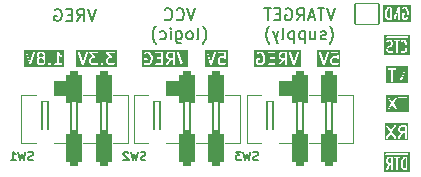
<source format=gbo>
%TF.GenerationSoftware,KiCad,Pcbnew,7.0.11*%
%TF.CreationDate,2025-12-26T11:46:50-08:00*%
%TF.ProjectId,uart-friend-c,75617274-2d66-4726-9965-6e642d632e6b,rev?*%
%TF.SameCoordinates,PX9765530PY6521e48*%
%TF.FileFunction,Legend,Bot*%
%TF.FilePolarity,Positive*%
%FSLAX46Y46*%
G04 Gerber Fmt 4.6, Leading zero omitted, Abs format (unit mm)*
G04 Created by KiCad (PCBNEW 7.0.11) date 2025-12-26 11:46:50*
%MOMM*%
%LPD*%
G01*
G04 APERTURE LIST*
G04 Aperture macros list*
%AMRoundRect*
0 Rectangle with rounded corners*
0 $1 Rounding radius*
0 $2 $3 $4 $5 $6 $7 $8 $9 X,Y pos of 4 corners*
0 Add a 4 corners polygon primitive as box body*
4,1,4,$2,$3,$4,$5,$6,$7,$8,$9,$2,$3,0*
0 Add four circle primitives for the rounded corners*
1,1,$1+$1,$2,$3*
1,1,$1+$1,$4,$5*
1,1,$1+$1,$6,$7*
1,1,$1+$1,$8,$9*
0 Add four rect primitives between the rounded corners*
20,1,$1+$1,$2,$3,$4,$5,0*
20,1,$1+$1,$4,$5,$6,$7,0*
20,1,$1+$1,$6,$7,$8,$9,0*
20,1,$1+$1,$8,$9,$2,$3,0*%
%AMFreePoly0*
4,1,41,1.205762,0.649667,1.274447,0.641698,1.288881,0.637771,1.389737,0.593239,1.404896,0.582854,1.482854,0.504896,1.493239,0.489737,1.537771,0.388881,1.541698,0.374447,1.549667,0.305762,1.550000,0.300000,1.550000,-0.300000,1.549667,-0.305762,1.541698,-0.374447,1.537771,-0.388881,1.493239,-0.489737,1.482854,-0.504896,1.404896,-0.582854,1.389737,-0.593239,1.288881,-0.637771,
1.274447,-0.641698,1.205762,-0.649667,1.200000,-0.650000,-1.200000,-0.650000,-1.235355,-0.635355,-1.535355,-0.335355,-1.550000,-0.300000,-1.550000,0.300000,-1.549667,0.305762,-1.541698,0.374447,-1.537771,0.388881,-1.493239,0.489737,-1.482854,0.504896,-1.404896,0.582854,-1.389737,0.593239,-1.288881,0.637771,-1.274447,0.641698,-1.205762,0.649667,-1.200000,0.650000,1.200000,0.650000,
1.205762,0.649667,1.205762,0.649667,$1*%
%AMFreePoly1*
4,1,41,1.205762,0.649667,1.274447,0.641698,1.288881,0.637771,1.389737,0.593239,1.404896,0.582854,1.482854,0.504896,1.493239,0.489737,1.537771,0.388881,1.541698,0.374447,1.549667,0.305762,1.550000,0.300000,1.550000,-0.300000,1.535355,-0.335355,1.235355,-0.635355,1.200000,-0.650000,-1.200000,-0.650000,-1.205762,-0.649667,-1.274447,-0.641698,-1.288881,-0.637771,-1.389737,-0.593239,
-1.404896,-0.582854,-1.482854,-0.504896,-1.493239,-0.489737,-1.537771,-0.388881,-1.541698,-0.374447,-1.549667,-0.305762,-1.550000,-0.300000,-1.550000,0.300000,-1.549667,0.305762,-1.541698,0.374447,-1.537771,0.388881,-1.493239,0.489737,-1.482854,0.504896,-1.404896,0.582854,-1.389737,0.593239,-1.288881,0.637771,-1.274447,0.641698,-1.205762,0.649667,-1.200000,0.650000,1.200000,0.650000,
1.205762,0.649667,1.205762,0.649667,$1*%
G04 Aperture macros list end*
%ADD10C,0.150000*%
%ADD11C,0.120000*%
%ADD12RoundRect,0.050000X-1.016000X-0.863600X1.016000X-0.863600X1.016000X0.863600X-1.016000X0.863600X0*%
%ADD13O,2.132000X1.827200*%
%ADD14O,2.130000X1.100000*%
%ADD15C,1.000000*%
%ADD16FreePoly0,270.000000*%
%ADD17RoundRect,0.050000X-0.250000X1.500000X-0.250000X-1.500000X0.250000X-1.500000X0.250000X1.500000X0*%
%ADD18FreePoly1,270.000000*%
%ADD19RoundRect,0.325000X-0.325000X1.225000X-0.325000X-1.225000X0.325000X-1.225000X0.325000X1.225000X0*%
G04 APERTURE END LIST*
D10*
G36*
X8678760Y10757324D02*
G01*
X5243361Y10757324D01*
X5243361Y11977230D01*
X5386218Y11977230D01*
X5390039Y11951464D01*
X5723372Y10951464D01*
X5724714Y10949773D01*
X5724773Y10947614D01*
X5740522Y10929853D01*
X5755263Y10911278D01*
X5757376Y10910846D01*
X5758810Y10909229D01*
X5782280Y10905749D01*
X5805524Y10900992D01*
X5807423Y10902021D01*
X5809559Y10901704D01*
X5829772Y10914123D01*
X5850638Y10925421D01*
X5851431Y10927429D01*
X5853271Y10928559D01*
X5865674Y10951464D01*
X5937072Y11165658D01*
X6338571Y11165658D01*
X6340104Y11161445D01*
X6339063Y11157084D01*
X6346489Y11132117D01*
X6394108Y11036879D01*
X6395296Y11035754D01*
X6408156Y11017388D01*
X6455775Y10969768D01*
X6457256Y10969078D01*
X6475268Y10955718D01*
X6570506Y10908099D01*
X6574959Y10907587D01*
X6578395Y10904704D01*
X6604047Y10900181D01*
X6889761Y10900181D01*
X6893974Y10901715D01*
X6898335Y10900673D01*
X6923302Y10908099D01*
X7018540Y10955718D01*
X7019664Y10956906D01*
X7038033Y10969768D01*
X7085651Y11017387D01*
X7091223Y11029336D01*
X7291237Y11029336D01*
X7296279Y11010516D01*
X7297978Y10991104D01*
X7303651Y10983002D01*
X7304514Y10979781D01*
X7307245Y10977869D01*
X7312918Y10969767D01*
X7360537Y10922148D01*
X7378195Y10913915D01*
X7394159Y10902736D01*
X7397575Y10903035D01*
X7400546Y10901320D01*
X7403925Y10901916D01*
X7407033Y10900467D01*
X7425852Y10905510D01*
X7445266Y10907208D01*
X7449079Y10909878D01*
X7451070Y10910229D01*
X7453191Y10912758D01*
X7453368Y10912882D01*
X7456588Y10913744D01*
X7458499Y10916474D01*
X7466603Y10922148D01*
X7514222Y10969767D01*
X7522456Y10987426D01*
X7533633Y11003388D01*
X7533043Y11010131D01*
X7535903Y11016263D01*
X7530860Y11035082D01*
X7529163Y11054495D01*
X7523488Y11062600D01*
X7522626Y11065818D01*
X7519896Y11067730D01*
X7514222Y11075833D01*
X7466604Y11123452D01*
X7448946Y11131686D01*
X7432981Y11142865D01*
X7429564Y11142567D01*
X7426594Y11144281D01*
X7423214Y11143686D01*
X7420107Y11145134D01*
X7401287Y11140092D01*
X7381873Y11138393D01*
X7378059Y11135723D01*
X7376070Y11135372D01*
X7373948Y11132845D01*
X7373770Y11132720D01*
X7370552Y11131857D01*
X7368640Y11129128D01*
X7360536Y11123452D01*
X7312917Y11075832D01*
X7304683Y11058175D01*
X7293506Y11042211D01*
X7294096Y11035468D01*
X7291237Y11029336D01*
X7091223Y11029336D01*
X7107332Y11063884D01*
X7094054Y11113439D01*
X7052029Y11142865D01*
X7000921Y11138393D01*
X6979584Y11123452D01*
X6940571Y11084439D01*
X6872056Y11050181D01*
X6621752Y11050181D01*
X6553236Y11084439D01*
X6522829Y11114847D01*
X6497423Y11165658D01*
X7767142Y11165658D01*
X7768675Y11161445D01*
X7767634Y11157084D01*
X7775060Y11132117D01*
X7822679Y11036879D01*
X7823867Y11035754D01*
X7836727Y11017388D01*
X7884346Y10969768D01*
X7885827Y10969078D01*
X7903839Y10955718D01*
X7999077Y10908099D01*
X8003530Y10907587D01*
X8006966Y10904704D01*
X8032618Y10900181D01*
X8318332Y10900181D01*
X8322545Y10901715D01*
X8326906Y10900673D01*
X8351873Y10908099D01*
X8447111Y10955718D01*
X8448235Y10956906D01*
X8466604Y10969768D01*
X8514222Y11017387D01*
X8535903Y11063884D01*
X8522625Y11113439D01*
X8480600Y11142865D01*
X8429492Y11138393D01*
X8408155Y11123452D01*
X8369142Y11084439D01*
X8300627Y11050181D01*
X8050323Y11050181D01*
X7981807Y11084439D01*
X7951400Y11114847D01*
X7917142Y11183363D01*
X7917142Y11386048D01*
X7951400Y11454564D01*
X7981807Y11484971D01*
X8050323Y11519229D01*
X8175475Y11519229D01*
X8194474Y11526145D01*
X8214311Y11530067D01*
X8218061Y11534730D01*
X8223684Y11536776D01*
X8233793Y11554286D01*
X8246468Y11570041D01*
X8246344Y11576024D01*
X8249336Y11581205D01*
X8245824Y11601119D01*
X8245406Y11621333D01*
X8240966Y11628667D01*
X8240427Y11631729D01*
X8237757Y11633969D01*
X8231918Y11643617D01*
X8007424Y11900181D01*
X8461189Y11900181D01*
X8509398Y11917728D01*
X8535050Y11962157D01*
X8526141Y12012681D01*
X8486841Y12045658D01*
X8461189Y12050181D01*
X7842142Y12050181D01*
X7823142Y12043266D01*
X7803306Y12039343D01*
X7799555Y12034681D01*
X7793933Y12032634D01*
X7783822Y12015123D01*
X7771149Y11999368D01*
X7771272Y11993387D01*
X7768281Y11988205D01*
X7771792Y11968292D01*
X7772211Y11948077D01*
X7776650Y11940744D01*
X7777190Y11937681D01*
X7779859Y11935442D01*
X7785699Y11925793D01*
X8013394Y11665570D01*
X7999077Y11661311D01*
X7903839Y11613692D01*
X7902713Y11612503D01*
X7884347Y11599643D01*
X7836728Y11552024D01*
X7836037Y11550543D01*
X7822679Y11532532D01*
X7775060Y11437294D01*
X7774547Y11432841D01*
X7771665Y11429405D01*
X7767142Y11403753D01*
X7767142Y11165658D01*
X6497423Y11165658D01*
X6488571Y11183363D01*
X6488571Y11386048D01*
X6522829Y11454564D01*
X6553236Y11484971D01*
X6621752Y11519229D01*
X6746904Y11519229D01*
X6765903Y11526145D01*
X6785740Y11530067D01*
X6789490Y11534730D01*
X6795113Y11536776D01*
X6805222Y11554286D01*
X6817897Y11570041D01*
X6817773Y11576024D01*
X6820765Y11581205D01*
X6817253Y11601119D01*
X6816835Y11621333D01*
X6812395Y11628667D01*
X6811856Y11631729D01*
X6809186Y11633969D01*
X6803347Y11643617D01*
X6578853Y11900181D01*
X7032618Y11900181D01*
X7080827Y11917728D01*
X7106479Y11962157D01*
X7097570Y12012681D01*
X7058270Y12045658D01*
X7032618Y12050181D01*
X6413571Y12050181D01*
X6394571Y12043266D01*
X6374735Y12039343D01*
X6370984Y12034681D01*
X6365362Y12032634D01*
X6355251Y12015123D01*
X6342578Y11999368D01*
X6342701Y11993387D01*
X6339710Y11988205D01*
X6343221Y11968292D01*
X6343640Y11948077D01*
X6348079Y11940744D01*
X6348619Y11937681D01*
X6351288Y11935442D01*
X6357128Y11925793D01*
X6584823Y11665570D01*
X6570506Y11661311D01*
X6475268Y11613692D01*
X6474142Y11612503D01*
X6455776Y11599643D01*
X6408157Y11552024D01*
X6407466Y11550543D01*
X6394108Y11532532D01*
X6346489Y11437294D01*
X6345976Y11432841D01*
X6343094Y11429405D01*
X6338571Y11403753D01*
X6338571Y11165658D01*
X5937072Y11165658D01*
X6199007Y11951464D01*
X6197606Y12002747D01*
X6163568Y12041133D01*
X6112820Y12048658D01*
X6069107Y12021803D01*
X6056705Y11998898D01*
X5794523Y11212352D01*
X5532341Y11998898D01*
X5500450Y12039084D01*
X5450189Y12049370D01*
X5405075Y12024941D01*
X5386218Y11977230D01*
X5243361Y11977230D01*
X5243361Y12193038D01*
X8678760Y12193038D01*
X8678760Y10757324D01*
G37*
G36*
X33048094Y5303372D02*
G01*
X32759847Y5303372D01*
X32691331Y5337630D01*
X32660924Y5368037D01*
X32626666Y5436553D01*
X32626666Y5544000D01*
X32660924Y5612516D01*
X32691331Y5642923D01*
X32759847Y5677181D01*
X33048094Y5677181D01*
X33048094Y5303372D01*
G37*
G36*
X33340951Y4534479D02*
G01*
X31334264Y4534479D01*
X31334264Y4743938D01*
X31477121Y4743938D01*
X31499859Y4697949D01*
X31546839Y4677336D01*
X31596077Y4691744D01*
X31614070Y4710579D01*
X31884999Y5116973D01*
X32155928Y4710579D01*
X32197270Y4680200D01*
X32248466Y4683501D01*
X32285563Y4718939D01*
X32291202Y4769931D01*
X32280736Y4793784D01*
X31975138Y5252181D01*
X32086249Y5418848D01*
X32476666Y5418848D01*
X32478199Y5414635D01*
X32477158Y5410274D01*
X32484584Y5385307D01*
X32532203Y5290069D01*
X32533392Y5288944D01*
X32546252Y5270577D01*
X32593871Y5222958D01*
X32595352Y5222267D01*
X32613363Y5208909D01*
X32708601Y5161290D01*
X32713054Y5160778D01*
X32716490Y5157895D01*
X32741081Y5153560D01*
X32490224Y4795191D01*
X32476953Y4745634D01*
X32498640Y4699140D01*
X32545140Y4677465D01*
X32594693Y4690750D01*
X32613108Y4709171D01*
X32924048Y5153372D01*
X33048094Y5153372D01*
X33048094Y4752181D01*
X33065641Y4703972D01*
X33110070Y4678320D01*
X33160594Y4687229D01*
X33193571Y4726529D01*
X33198094Y4752181D01*
X33198094Y5752181D01*
X33191430Y5770490D01*
X33188046Y5789681D01*
X33182861Y5794032D01*
X33180547Y5800390D01*
X33163673Y5810133D01*
X33148746Y5822658D01*
X33139003Y5824376D01*
X33136118Y5826042D01*
X33132835Y5825464D01*
X33123094Y5827181D01*
X32742142Y5827181D01*
X32737928Y5825648D01*
X32733567Y5826689D01*
X32708601Y5819263D01*
X32613363Y5771644D01*
X32612237Y5770455D01*
X32593871Y5757595D01*
X32546252Y5709976D01*
X32545561Y5708495D01*
X32532203Y5690484D01*
X32484584Y5595246D01*
X32484071Y5590793D01*
X32481189Y5587357D01*
X32476666Y5561705D01*
X32476666Y5418848D01*
X32086249Y5418848D01*
X32280736Y5710578D01*
X32292877Y5760424D01*
X32270139Y5806413D01*
X32223159Y5827026D01*
X32173921Y5812618D01*
X32155928Y5793783D01*
X31884999Y5387390D01*
X31614070Y5793783D01*
X31572728Y5824162D01*
X31521532Y5820861D01*
X31484435Y5785423D01*
X31478796Y5734431D01*
X31489262Y5710579D01*
X31794860Y5252181D01*
X31489262Y4793783D01*
X31477121Y4743938D01*
X31334264Y4743938D01*
X31334264Y5970038D01*
X33340951Y5970038D01*
X33340951Y4534479D01*
G37*
G36*
X22935713Y11526372D02*
G01*
X22647466Y11526372D01*
X22578950Y11560630D01*
X22548543Y11591037D01*
X22514285Y11659553D01*
X22514285Y11767000D01*
X22548543Y11835516D01*
X22578950Y11865923D01*
X22647466Y11900181D01*
X22935713Y11900181D01*
X22935713Y11526372D01*
G37*
G36*
X24224721Y10757324D02*
G01*
X20316666Y10757324D01*
X20316666Y11070420D01*
X20459523Y11070420D01*
X20465122Y11055037D01*
X20466549Y11038725D01*
X20475941Y11025311D01*
X20477070Y11022211D01*
X20478819Y11021202D01*
X20481489Y11017388D01*
X20529108Y10969768D01*
X20533172Y10967873D01*
X20535520Y10964052D01*
X20558425Y10951649D01*
X20701281Y10904030D01*
X20702916Y10904075D01*
X20724999Y10900181D01*
X20820237Y10900181D01*
X20821775Y10900742D01*
X20843954Y10904030D01*
X20986811Y10951649D01*
X20990323Y10954437D01*
X20994790Y10954827D01*
X21016127Y10969767D01*
X21034565Y10988205D01*
X21460662Y10988205D01*
X21469571Y10937681D01*
X21508871Y10904704D01*
X21534523Y10900181D01*
X22010713Y10900181D01*
X22029021Y10906845D01*
X22048213Y10910229D01*
X22052563Y10915414D01*
X22058922Y10917728D01*
X22068664Y10934602D01*
X22081190Y10949529D01*
X22082907Y10959272D01*
X22084574Y10962157D01*
X22083995Y10965440D01*
X22085713Y10975181D01*
X22085713Y11641848D01*
X22364285Y11641848D01*
X22365818Y11637635D01*
X22364777Y11633274D01*
X22372203Y11608307D01*
X22419822Y11513069D01*
X22421011Y11511944D01*
X22433871Y11493577D01*
X22481490Y11445958D01*
X22482971Y11445267D01*
X22500982Y11431909D01*
X22596220Y11384290D01*
X22600673Y11383778D01*
X22604109Y11380895D01*
X22628700Y11376560D01*
X22377843Y11018191D01*
X22364572Y10968634D01*
X22386259Y10922140D01*
X22432759Y10900465D01*
X22482312Y10913750D01*
X22500727Y10932171D01*
X22811667Y11376372D01*
X22935713Y11376372D01*
X22935713Y10975181D01*
X22953260Y10926972D01*
X22997689Y10901320D01*
X23048213Y10910229D01*
X23081190Y10949529D01*
X23085713Y10975181D01*
X23085713Y11975181D01*
X23084967Y11977230D01*
X23269075Y11977230D01*
X23272896Y11951464D01*
X23606229Y10951464D01*
X23607571Y10949773D01*
X23607630Y10947614D01*
X23623379Y10929853D01*
X23638120Y10911278D01*
X23640233Y10910846D01*
X23641667Y10909229D01*
X23665137Y10905749D01*
X23688381Y10900992D01*
X23690280Y10902021D01*
X23692416Y10901704D01*
X23712629Y10914123D01*
X23733495Y10925421D01*
X23734288Y10927429D01*
X23736128Y10928559D01*
X23748531Y10951464D01*
X24081864Y11951464D01*
X24080463Y12002747D01*
X24046425Y12041133D01*
X23995677Y12048658D01*
X23951964Y12021803D01*
X23939562Y11998898D01*
X23677380Y11212352D01*
X23415198Y11998898D01*
X23383307Y12039084D01*
X23333046Y12049370D01*
X23287932Y12024941D01*
X23269075Y11977230D01*
X23084967Y11977230D01*
X23079049Y11993490D01*
X23075665Y12012681D01*
X23070480Y12017032D01*
X23068166Y12023390D01*
X23051292Y12033133D01*
X23036365Y12045658D01*
X23026622Y12047376D01*
X23023737Y12049042D01*
X23020454Y12048464D01*
X23010713Y12050181D01*
X22629761Y12050181D01*
X22625547Y12048648D01*
X22621186Y12049689D01*
X22596220Y12042263D01*
X22500982Y11994644D01*
X22499856Y11993455D01*
X22481490Y11980595D01*
X22433871Y11932976D01*
X22433180Y11931495D01*
X22419822Y11913484D01*
X22372203Y11818246D01*
X22371690Y11813793D01*
X22368808Y11810357D01*
X22364285Y11784705D01*
X22364285Y11641848D01*
X22085713Y11641848D01*
X22085713Y11975181D01*
X22079049Y11993490D01*
X22075665Y12012681D01*
X22070480Y12017032D01*
X22068166Y12023390D01*
X22051292Y12033133D01*
X22036365Y12045658D01*
X22026622Y12047376D01*
X22023737Y12049042D01*
X22020454Y12048464D01*
X22010713Y12050181D01*
X21534523Y12050181D01*
X21486314Y12032634D01*
X21460662Y11988205D01*
X21469571Y11937681D01*
X21508871Y11904704D01*
X21534523Y11900181D01*
X21935713Y11900181D01*
X21935713Y11573991D01*
X21677380Y11573991D01*
X21629171Y11556444D01*
X21603519Y11512015D01*
X21612428Y11461491D01*
X21651728Y11428514D01*
X21677380Y11423991D01*
X21935713Y11423991D01*
X21935713Y11050181D01*
X21534523Y11050181D01*
X21486314Y11032634D01*
X21460662Y10988205D01*
X21034565Y10988205D01*
X21111366Y11065007D01*
X21112057Y11066490D01*
X21125414Y11084498D01*
X21173033Y11179736D01*
X21173439Y11183265D01*
X21178712Y11195087D01*
X21226331Y11385563D01*
X21225970Y11389012D01*
X21228570Y11403753D01*
X21228570Y11546610D01*
X21227384Y11549868D01*
X21226331Y11564800D01*
X21178712Y11755276D01*
X21176723Y11758221D01*
X21173033Y11770627D01*
X21125414Y11865865D01*
X21124227Y11866989D01*
X21111365Y11885357D01*
X21016127Y11980595D01*
X21012063Y11982490D01*
X21009716Y11986311D01*
X20986811Y11998713D01*
X20843954Y12046332D01*
X20842319Y12046288D01*
X20820237Y12050181D01*
X20677380Y12050181D01*
X20673166Y12048648D01*
X20668805Y12049689D01*
X20643839Y12042263D01*
X20548601Y11994644D01*
X20513329Y11957390D01*
X20510254Y11906179D01*
X20540818Y11864974D01*
X20590716Y11853054D01*
X20615683Y11860480D01*
X20695085Y11900181D01*
X20808067Y11900181D01*
X20922580Y11862010D01*
X20996693Y11787897D01*
X21035186Y11710910D01*
X21078570Y11537376D01*
X21078570Y11412987D01*
X21035186Y11239453D01*
X20996692Y11162466D01*
X20922580Y11088353D01*
X20808067Y11050181D01*
X20737169Y11050181D01*
X20622656Y11088352D01*
X20609523Y11101486D01*
X20609523Y11328753D01*
X20724999Y11328753D01*
X20773208Y11346300D01*
X20798860Y11390729D01*
X20789951Y11441253D01*
X20750651Y11474230D01*
X20724999Y11478753D01*
X20534523Y11478753D01*
X20516214Y11472090D01*
X20497023Y11468705D01*
X20492672Y11463521D01*
X20486314Y11461206D01*
X20476571Y11444333D01*
X20464046Y11429405D01*
X20462328Y11419663D01*
X20460662Y11416777D01*
X20461240Y11413495D01*
X20459523Y11403753D01*
X20459523Y11070420D01*
X20316666Y11070420D01*
X20316666Y12193038D01*
X24224721Y12193038D01*
X24224721Y10757324D01*
G37*
G36*
X27601856Y10757324D02*
G01*
X25642647Y10757324D01*
X25642647Y11977230D01*
X25785504Y11977230D01*
X25789325Y11951464D01*
X26122658Y10951464D01*
X26124000Y10949773D01*
X26124059Y10947614D01*
X26139808Y10929853D01*
X26154549Y10911278D01*
X26156662Y10910846D01*
X26158096Y10909229D01*
X26181566Y10905749D01*
X26204810Y10900992D01*
X26206709Y10902021D01*
X26208845Y10901704D01*
X26229058Y10914123D01*
X26249924Y10925421D01*
X26250717Y10927429D01*
X26252557Y10928559D01*
X26264960Y10951464D01*
X26336358Y11165658D01*
X26737857Y11165658D01*
X26739390Y11161445D01*
X26738349Y11157084D01*
X26745775Y11132117D01*
X26793394Y11036879D01*
X26794582Y11035754D01*
X26807442Y11017388D01*
X26855061Y10969768D01*
X26856542Y10969078D01*
X26874554Y10955718D01*
X26969792Y10908099D01*
X26974245Y10907587D01*
X26977681Y10904704D01*
X27003333Y10900181D01*
X27241428Y10900181D01*
X27245641Y10901715D01*
X27250002Y10900673D01*
X27274969Y10908099D01*
X27370207Y10955718D01*
X27371331Y10956906D01*
X27389700Y10969768D01*
X27437318Y11017387D01*
X27458999Y11063884D01*
X27445721Y11113439D01*
X27403696Y11142865D01*
X27352588Y11138393D01*
X27331251Y11123452D01*
X27292238Y11084439D01*
X27223723Y11050181D01*
X27021038Y11050181D01*
X26952522Y11084439D01*
X26922115Y11114847D01*
X26887857Y11183363D01*
X26887857Y11386048D01*
X26922115Y11454564D01*
X26952522Y11484971D01*
X27021038Y11519229D01*
X27223723Y11519229D01*
X27292239Y11484971D01*
X27331252Y11445958D01*
X27331699Y11445750D01*
X27331914Y11445304D01*
X27354929Y11434918D01*
X27377748Y11424277D01*
X27378224Y11424405D01*
X27378675Y11424201D01*
X27402946Y11431029D01*
X27427303Y11437554D01*
X27427586Y11437960D01*
X27428062Y11438093D01*
X27442292Y11458962D01*
X27456729Y11479580D01*
X27456686Y11480071D01*
X27456965Y11480479D01*
X27458913Y11506454D01*
X27411294Y11982644D01*
X27404383Y11996996D01*
X27401618Y12012681D01*
X27393585Y12019421D01*
X27389037Y12028868D01*
X27374519Y12035420D01*
X27362318Y12045658D01*
X27345109Y12048693D01*
X27342276Y12049971D01*
X27340573Y12049493D01*
X27336666Y12050181D01*
X26860476Y12050181D01*
X26812267Y12032634D01*
X26786615Y11988205D01*
X26795524Y11937681D01*
X26834824Y11904704D01*
X26860476Y11900181D01*
X27268792Y11900181D01*
X27293610Y11651991D01*
X27274969Y11661311D01*
X27270515Y11661824D01*
X27267080Y11664706D01*
X27241428Y11669229D01*
X27003333Y11669229D01*
X26999119Y11667696D01*
X26994758Y11668737D01*
X26969792Y11661311D01*
X26874554Y11613692D01*
X26873428Y11612503D01*
X26855062Y11599643D01*
X26807443Y11552024D01*
X26806752Y11550543D01*
X26793394Y11532532D01*
X26745775Y11437294D01*
X26745262Y11432841D01*
X26742380Y11429405D01*
X26737857Y11403753D01*
X26737857Y11165658D01*
X26336358Y11165658D01*
X26598293Y11951464D01*
X26596892Y12002747D01*
X26562854Y12041133D01*
X26512106Y12048658D01*
X26468393Y12021803D01*
X26455991Y11998898D01*
X26193809Y11212352D01*
X25931627Y11998898D01*
X25899736Y12039084D01*
X25849475Y12049370D01*
X25804361Y12024941D01*
X25785504Y11977230D01*
X25642647Y11977230D01*
X25642647Y12193038D01*
X27601856Y12193038D01*
X27601856Y10757324D01*
G37*
G36*
X33481718Y11773324D02*
G01*
X31288282Y11773324D01*
X31288282Y12181658D01*
X31493333Y12181658D01*
X31493619Y12180870D01*
X31497544Y12156881D01*
X31530878Y12061643D01*
X31532847Y12059237D01*
X31540224Y12043411D01*
X31573557Y11995791D01*
X31574079Y11995425D01*
X31591407Y11977770D01*
X31658074Y11930151D01*
X31668067Y11927373D01*
X31676015Y11920704D01*
X31701667Y11916181D01*
X31868333Y11916181D01*
X31871849Y11917461D01*
X31875473Y11916521D01*
X31900578Y11923466D01*
X32000578Y11971085D01*
X32036560Y12007655D01*
X32040619Y12058796D01*
X32010853Y12100582D01*
X31961193Y12113460D01*
X31936088Y12106515D01*
X31851387Y12066181D01*
X31725702Y12066181D01*
X31689063Y12092351D01*
X31669039Y12120958D01*
X31643333Y12194404D01*
X31643333Y12264151D01*
X31669039Y12337596D01*
X31689063Y12366202D01*
X31736745Y12400260D01*
X31860225Y12444360D01*
X31862575Y12446309D01*
X31878593Y12453961D01*
X31945260Y12501580D01*
X31945621Y12502107D01*
X31963110Y12519601D01*
X31996442Y12567219D01*
X31997246Y12570224D01*
X32005789Y12585453D01*
X32039123Y12680691D01*
X32039112Y12681532D01*
X32043333Y12705467D01*
X32043333Y12800705D01*
X32043047Y12801490D01*
X32039123Y12825481D01*
X32005789Y12920719D01*
X32003819Y12923127D01*
X31996442Y12938953D01*
X31963110Y12986571D01*
X31962587Y12986938D01*
X31945640Y13004205D01*
X32094472Y13004205D01*
X32103381Y12953681D01*
X32142681Y12920704D01*
X32168333Y12916181D01*
X32293333Y12916181D01*
X32293333Y11991181D01*
X32310880Y11942972D01*
X32355309Y11917320D01*
X32405833Y11926229D01*
X32438810Y11965529D01*
X32443333Y11991181D01*
X32443333Y12889395D01*
X32693620Y12889395D01*
X32715307Y12842902D01*
X32761807Y12821227D01*
X32811360Y12834512D01*
X32829776Y12852934D01*
X32851766Y12884350D01*
X32918612Y12916181D01*
X32951387Y12916181D01*
X33018232Y12884350D01*
X33067627Y12813786D01*
X33095514Y12734108D01*
X33126666Y12556099D01*
X33126666Y12426265D01*
X33095514Y12248256D01*
X33067627Y12168578D01*
X33018232Y12098013D01*
X32951387Y12066181D01*
X32918612Y12066181D01*
X32851767Y12098013D01*
X32829776Y12129429D01*
X32787755Y12158861D01*
X32736647Y12154399D01*
X32700365Y12118127D01*
X32695885Y12067020D01*
X32706890Y12043411D01*
X32740223Y11995791D01*
X32745519Y11992082D01*
X32748205Y11986198D01*
X32769421Y11971085D01*
X32869421Y11923466D01*
X32873147Y11923110D01*
X32876014Y11920704D01*
X32901666Y11916181D01*
X32968333Y11916181D01*
X32971849Y11917461D01*
X32975473Y11916521D01*
X33000578Y11923466D01*
X33100578Y11971085D01*
X33105113Y11975695D01*
X33111360Y11977369D01*
X33129775Y11995790D01*
X33196443Y12091030D01*
X33197247Y12094037D01*
X33205789Y12109263D01*
X33239123Y12204501D01*
X33239082Y12207723D01*
X33242210Y12216349D01*
X33275543Y12406825D01*
X33274962Y12410093D01*
X33276666Y12419753D01*
X33276666Y12562610D01*
X33275530Y12565730D01*
X33275543Y12575538D01*
X33242210Y12766014D01*
X33240604Y12768803D01*
X33239123Y12777862D01*
X33205789Y12873100D01*
X33203819Y12875508D01*
X33196442Y12891334D01*
X33129775Y12986572D01*
X33124479Y12990282D01*
X33121794Y12996164D01*
X33100578Y13011277D01*
X33000578Y13058896D01*
X32996851Y13059253D01*
X32993985Y13061658D01*
X32968333Y13066181D01*
X32901666Y13066181D01*
X32898149Y13064902D01*
X32894526Y13065841D01*
X32869421Y13058896D01*
X32769421Y13011277D01*
X32764884Y13006667D01*
X32758639Y13004992D01*
X32740223Y12986571D01*
X32706890Y12938952D01*
X32693620Y12889395D01*
X32443333Y12889395D01*
X32443333Y12916181D01*
X32568333Y12916181D01*
X32616542Y12933728D01*
X32642194Y12978157D01*
X32633285Y13028681D01*
X32593985Y13061658D01*
X32568333Y13066181D01*
X32168333Y13066181D01*
X32120124Y13048634D01*
X32094472Y13004205D01*
X31945640Y13004205D01*
X31945260Y13004592D01*
X31878593Y13052211D01*
X31868599Y13054990D01*
X31860652Y13061658D01*
X31835000Y13066181D01*
X31668333Y13066181D01*
X31664816Y13064902D01*
X31661193Y13065841D01*
X31636088Y13058896D01*
X31536088Y13011277D01*
X31500106Y12974707D01*
X31496047Y12923566D01*
X31525813Y12881780D01*
X31575473Y12868902D01*
X31600578Y12875847D01*
X31685279Y12916181D01*
X31810965Y12916181D01*
X31847603Y12890012D01*
X31867627Y12861405D01*
X31893333Y12787961D01*
X31893333Y12718212D01*
X31867627Y12644768D01*
X31847603Y12616161D01*
X31799922Y12582104D01*
X31676442Y12538003D01*
X31674091Y12536055D01*
X31658074Y12528402D01*
X31591407Y12480783D01*
X31591043Y12480254D01*
X31573557Y12462762D01*
X31540224Y12415143D01*
X31539419Y12412138D01*
X31530878Y12396911D01*
X31497544Y12301673D01*
X31497554Y12300838D01*
X31493333Y12276896D01*
X31493333Y12181658D01*
X31288282Y12181658D01*
X31288282Y13281824D01*
X31431139Y13281824D01*
X31440048Y13231300D01*
X31479348Y13198323D01*
X31505000Y13193800D01*
X33265000Y13193800D01*
X33313209Y13211347D01*
X33338861Y13255776D01*
X33329952Y13306300D01*
X33290652Y13339277D01*
X33265000Y13343800D01*
X31505000Y13343800D01*
X31456791Y13326253D01*
X31431139Y13281824D01*
X31288282Y13281824D01*
X31288282Y13486657D01*
X33481718Y13486657D01*
X33481718Y11773324D01*
G37*
G36*
X13410713Y11526372D02*
G01*
X13122466Y11526372D01*
X13053950Y11560630D01*
X13023543Y11591037D01*
X12989285Y11659553D01*
X12989285Y11767000D01*
X13023543Y11835516D01*
X13053950Y11865923D01*
X13122466Y11900181D01*
X13410713Y11900181D01*
X13410713Y11526372D01*
G37*
G36*
X14699721Y10757324D02*
G01*
X10791666Y10757324D01*
X10791666Y11070420D01*
X10934523Y11070420D01*
X10940122Y11055037D01*
X10941549Y11038725D01*
X10950941Y11025311D01*
X10952070Y11022211D01*
X10953819Y11021202D01*
X10956489Y11017388D01*
X11004108Y10969768D01*
X11008172Y10967873D01*
X11010520Y10964052D01*
X11033425Y10951649D01*
X11176281Y10904030D01*
X11177916Y10904075D01*
X11199999Y10900181D01*
X11295237Y10900181D01*
X11296775Y10900742D01*
X11318954Y10904030D01*
X11461811Y10951649D01*
X11465323Y10954437D01*
X11469790Y10954827D01*
X11491127Y10969767D01*
X11509565Y10988205D01*
X11935662Y10988205D01*
X11944571Y10937681D01*
X11983871Y10904704D01*
X12009523Y10900181D01*
X12485713Y10900181D01*
X12504021Y10906845D01*
X12523213Y10910229D01*
X12527563Y10915414D01*
X12533922Y10917728D01*
X12543664Y10934602D01*
X12556190Y10949529D01*
X12557907Y10959272D01*
X12559574Y10962157D01*
X12558995Y10965440D01*
X12560713Y10975181D01*
X12560713Y11641848D01*
X12839285Y11641848D01*
X12840818Y11637635D01*
X12839777Y11633274D01*
X12847203Y11608307D01*
X12894822Y11513069D01*
X12896011Y11511944D01*
X12908871Y11493577D01*
X12956490Y11445958D01*
X12957971Y11445267D01*
X12975982Y11431909D01*
X13071220Y11384290D01*
X13075673Y11383778D01*
X13079109Y11380895D01*
X13103700Y11376560D01*
X12852843Y11018191D01*
X12839572Y10968634D01*
X12861259Y10922140D01*
X12907759Y10900465D01*
X12957312Y10913750D01*
X12975727Y10932171D01*
X13286667Y11376372D01*
X13410713Y11376372D01*
X13410713Y10975181D01*
X13428260Y10926972D01*
X13472689Y10901320D01*
X13523213Y10910229D01*
X13556190Y10949529D01*
X13560713Y10975181D01*
X13560713Y11975181D01*
X13559967Y11977230D01*
X13744075Y11977230D01*
X13747896Y11951464D01*
X14081229Y10951464D01*
X14082571Y10949773D01*
X14082630Y10947614D01*
X14098379Y10929853D01*
X14113120Y10911278D01*
X14115233Y10910846D01*
X14116667Y10909229D01*
X14140137Y10905749D01*
X14163381Y10900992D01*
X14165280Y10902021D01*
X14167416Y10901704D01*
X14187629Y10914123D01*
X14208495Y10925421D01*
X14209288Y10927429D01*
X14211128Y10928559D01*
X14223531Y10951464D01*
X14556864Y11951464D01*
X14555463Y12002747D01*
X14521425Y12041133D01*
X14470677Y12048658D01*
X14426964Y12021803D01*
X14414562Y11998898D01*
X14152380Y11212352D01*
X13890198Y11998898D01*
X13858307Y12039084D01*
X13808046Y12049370D01*
X13762932Y12024941D01*
X13744075Y11977230D01*
X13559967Y11977230D01*
X13554049Y11993490D01*
X13550665Y12012681D01*
X13545480Y12017032D01*
X13543166Y12023390D01*
X13526292Y12033133D01*
X13511365Y12045658D01*
X13501622Y12047376D01*
X13498737Y12049042D01*
X13495454Y12048464D01*
X13485713Y12050181D01*
X13104761Y12050181D01*
X13100547Y12048648D01*
X13096186Y12049689D01*
X13071220Y12042263D01*
X12975982Y11994644D01*
X12974856Y11993455D01*
X12956490Y11980595D01*
X12908871Y11932976D01*
X12908180Y11931495D01*
X12894822Y11913484D01*
X12847203Y11818246D01*
X12846690Y11813793D01*
X12843808Y11810357D01*
X12839285Y11784705D01*
X12839285Y11641848D01*
X12560713Y11641848D01*
X12560713Y11975181D01*
X12554049Y11993490D01*
X12550665Y12012681D01*
X12545480Y12017032D01*
X12543166Y12023390D01*
X12526292Y12033133D01*
X12511365Y12045658D01*
X12501622Y12047376D01*
X12498737Y12049042D01*
X12495454Y12048464D01*
X12485713Y12050181D01*
X12009523Y12050181D01*
X11961314Y12032634D01*
X11935662Y11988205D01*
X11944571Y11937681D01*
X11983871Y11904704D01*
X12009523Y11900181D01*
X12410713Y11900181D01*
X12410713Y11573991D01*
X12152380Y11573991D01*
X12104171Y11556444D01*
X12078519Y11512015D01*
X12087428Y11461491D01*
X12126728Y11428514D01*
X12152380Y11423991D01*
X12410713Y11423991D01*
X12410713Y11050181D01*
X12009523Y11050181D01*
X11961314Y11032634D01*
X11935662Y10988205D01*
X11509565Y10988205D01*
X11586366Y11065007D01*
X11587057Y11066490D01*
X11600414Y11084498D01*
X11648033Y11179736D01*
X11648439Y11183265D01*
X11653712Y11195087D01*
X11701331Y11385563D01*
X11700970Y11389012D01*
X11703570Y11403753D01*
X11703570Y11546610D01*
X11702384Y11549868D01*
X11701331Y11564800D01*
X11653712Y11755276D01*
X11651723Y11758221D01*
X11648033Y11770627D01*
X11600414Y11865865D01*
X11599227Y11866989D01*
X11586365Y11885357D01*
X11491127Y11980595D01*
X11487063Y11982490D01*
X11484716Y11986311D01*
X11461811Y11998713D01*
X11318954Y12046332D01*
X11317319Y12046288D01*
X11295237Y12050181D01*
X11152380Y12050181D01*
X11148166Y12048648D01*
X11143805Y12049689D01*
X11118839Y12042263D01*
X11023601Y11994644D01*
X10988329Y11957390D01*
X10985254Y11906179D01*
X11015818Y11864974D01*
X11065716Y11853054D01*
X11090683Y11860480D01*
X11170085Y11900181D01*
X11283067Y11900181D01*
X11397580Y11862010D01*
X11471693Y11787897D01*
X11510186Y11710910D01*
X11553570Y11537376D01*
X11553570Y11412987D01*
X11510186Y11239453D01*
X11471692Y11162466D01*
X11397580Y11088353D01*
X11283067Y11050181D01*
X11212169Y11050181D01*
X11097656Y11088352D01*
X11084523Y11101486D01*
X11084523Y11328753D01*
X11199999Y11328753D01*
X11248208Y11346300D01*
X11273860Y11390729D01*
X11264951Y11441253D01*
X11225651Y11474230D01*
X11199999Y11478753D01*
X11009523Y11478753D01*
X10991214Y11472090D01*
X10972023Y11468705D01*
X10967672Y11463521D01*
X10961314Y11461206D01*
X10951571Y11444333D01*
X10939046Y11429405D01*
X10937328Y11419663D01*
X10935662Y11416777D01*
X10936240Y11413495D01*
X10934523Y11403753D01*
X10934523Y11070420D01*
X10791666Y11070420D01*
X10791666Y12193038D01*
X14699721Y12193038D01*
X14699721Y10757324D01*
G37*
G36*
X18076856Y10757324D02*
G01*
X16117647Y10757324D01*
X16117647Y11977230D01*
X16260504Y11977230D01*
X16264325Y11951464D01*
X16597658Y10951464D01*
X16599000Y10949773D01*
X16599059Y10947614D01*
X16614808Y10929853D01*
X16629549Y10911278D01*
X16631662Y10910846D01*
X16633096Y10909229D01*
X16656566Y10905749D01*
X16679810Y10900992D01*
X16681709Y10902021D01*
X16683845Y10901704D01*
X16704058Y10914123D01*
X16724924Y10925421D01*
X16725717Y10927429D01*
X16727557Y10928559D01*
X16739960Y10951464D01*
X16811358Y11165658D01*
X17212857Y11165658D01*
X17214390Y11161445D01*
X17213349Y11157084D01*
X17220775Y11132117D01*
X17268394Y11036879D01*
X17269582Y11035754D01*
X17282442Y11017388D01*
X17330061Y10969768D01*
X17331542Y10969078D01*
X17349554Y10955718D01*
X17444792Y10908099D01*
X17449245Y10907587D01*
X17452681Y10904704D01*
X17478333Y10900181D01*
X17716428Y10900181D01*
X17720641Y10901715D01*
X17725002Y10900673D01*
X17749969Y10908099D01*
X17845207Y10955718D01*
X17846331Y10956906D01*
X17864700Y10969768D01*
X17912318Y11017387D01*
X17933999Y11063884D01*
X17920721Y11113439D01*
X17878696Y11142865D01*
X17827588Y11138393D01*
X17806251Y11123452D01*
X17767238Y11084439D01*
X17698723Y11050181D01*
X17496038Y11050181D01*
X17427522Y11084439D01*
X17397115Y11114847D01*
X17362857Y11183363D01*
X17362857Y11386048D01*
X17397115Y11454564D01*
X17427522Y11484971D01*
X17496038Y11519229D01*
X17698723Y11519229D01*
X17767239Y11484971D01*
X17806252Y11445958D01*
X17806699Y11445750D01*
X17806914Y11445304D01*
X17829929Y11434918D01*
X17852748Y11424277D01*
X17853224Y11424405D01*
X17853675Y11424201D01*
X17877946Y11431029D01*
X17902303Y11437554D01*
X17902586Y11437960D01*
X17903062Y11438093D01*
X17917292Y11458962D01*
X17931729Y11479580D01*
X17931686Y11480071D01*
X17931965Y11480479D01*
X17933913Y11506454D01*
X17886294Y11982644D01*
X17879383Y11996996D01*
X17876618Y12012681D01*
X17868585Y12019421D01*
X17864037Y12028868D01*
X17849519Y12035420D01*
X17837318Y12045658D01*
X17820109Y12048693D01*
X17817276Y12049971D01*
X17815573Y12049493D01*
X17811666Y12050181D01*
X17335476Y12050181D01*
X17287267Y12032634D01*
X17261615Y11988205D01*
X17270524Y11937681D01*
X17309824Y11904704D01*
X17335476Y11900181D01*
X17743792Y11900181D01*
X17768610Y11651991D01*
X17749969Y11661311D01*
X17745515Y11661824D01*
X17742080Y11664706D01*
X17716428Y11669229D01*
X17478333Y11669229D01*
X17474119Y11667696D01*
X17469758Y11668737D01*
X17444792Y11661311D01*
X17349554Y11613692D01*
X17348428Y11612503D01*
X17330062Y11599643D01*
X17282443Y11552024D01*
X17281752Y11550543D01*
X17268394Y11532532D01*
X17220775Y11437294D01*
X17220262Y11432841D01*
X17217380Y11429405D01*
X17212857Y11403753D01*
X17212857Y11165658D01*
X16811358Y11165658D01*
X17073293Y11951464D01*
X17071892Y12002747D01*
X17037854Y12041133D01*
X16987106Y12048658D01*
X16943393Y12021803D01*
X16930991Y11998898D01*
X16668809Y11212352D01*
X16406627Y11998898D01*
X16374736Y12039084D01*
X16324475Y12049370D01*
X16279361Y12024941D01*
X16260504Y11977230D01*
X16117647Y11977230D01*
X16117647Y12193038D01*
X18076856Y12193038D01*
X18076856Y10757324D01*
G37*
G36*
X33109999Y2160181D02*
G01*
X33035278Y2160181D01*
X32968433Y2192013D01*
X32919038Y2262578D01*
X32891149Y2342258D01*
X32859999Y2520264D01*
X32859999Y2650100D01*
X32891149Y2828106D01*
X32919038Y2907786D01*
X32968432Y2978350D01*
X33035278Y3010181D01*
X33109999Y3010181D01*
X33109999Y2160181D01*
G37*
G36*
X31876666Y2636372D02*
G01*
X31709034Y2636372D01*
X31672395Y2662543D01*
X31652372Y2691146D01*
X31626666Y2764593D01*
X31626666Y2881961D01*
X31652372Y2955408D01*
X31672395Y2984011D01*
X31709034Y3010181D01*
X31876666Y3010181D01*
X31876666Y2636372D01*
G37*
G36*
X33498384Y1867324D02*
G01*
X31271615Y1867324D01*
X31271615Y2751848D01*
X31476666Y2751848D01*
X31476953Y2751059D01*
X31480877Y2727072D01*
X31514210Y2631834D01*
X31516178Y2629428D01*
X31523557Y2613600D01*
X31556891Y2565981D01*
X31557416Y2565613D01*
X31574740Y2547961D01*
X31641406Y2500342D01*
X31651399Y2497564D01*
X31659347Y2490895D01*
X31666341Y2489662D01*
X31484317Y2118182D01*
X31478861Y2067170D01*
X31507471Y2024585D01*
X31556761Y2010354D01*
X31603666Y2031135D01*
X31619015Y2052180D01*
X31831769Y2486372D01*
X31876666Y2486372D01*
X31876666Y2085181D01*
X31894213Y2036972D01*
X31938642Y2011320D01*
X31989166Y2020229D01*
X32022143Y2059529D01*
X32026666Y2085181D01*
X32026666Y3085181D01*
X32021926Y3098205D01*
X32111138Y3098205D01*
X32120047Y3047681D01*
X32159347Y3014704D01*
X32184999Y3010181D01*
X32309999Y3010181D01*
X32309999Y2085181D01*
X32327546Y2036972D01*
X32371975Y2011320D01*
X32422499Y2020229D01*
X32455476Y2059529D01*
X32459999Y2085181D01*
X32459999Y2513753D01*
X32709999Y2513753D01*
X32711134Y2510634D01*
X32711122Y2500825D01*
X32744455Y2310348D01*
X32746061Y2307558D01*
X32747543Y2298500D01*
X32780877Y2203262D01*
X32782846Y2200856D01*
X32790223Y2185030D01*
X32856889Y2089791D01*
X32862185Y2086082D01*
X32864871Y2080198D01*
X32886087Y2065085D01*
X32986087Y2017466D01*
X32989813Y2017110D01*
X32992680Y2014704D01*
X33018332Y2010181D01*
X33184999Y2010181D01*
X33203307Y2016845D01*
X33222499Y2020229D01*
X33226849Y2025414D01*
X33233208Y2027728D01*
X33242950Y2044602D01*
X33255476Y2059529D01*
X33257193Y2069272D01*
X33258860Y2072157D01*
X33258281Y2075440D01*
X33259999Y2085181D01*
X33259999Y3085181D01*
X33253335Y3103490D01*
X33249951Y3122681D01*
X33244766Y3127032D01*
X33242452Y3133390D01*
X33225578Y3143133D01*
X33210651Y3155658D01*
X33200908Y3157376D01*
X33198023Y3159042D01*
X33194740Y3158464D01*
X33184999Y3160181D01*
X33018332Y3160181D01*
X33014815Y3158902D01*
X33011192Y3159841D01*
X32986087Y3152896D01*
X32886087Y3105277D01*
X32881550Y3100667D01*
X32875305Y3098992D01*
X32856889Y3080571D01*
X32790223Y2985333D01*
X32789418Y2982328D01*
X32780877Y2967101D01*
X32747543Y2871863D01*
X32747582Y2868644D01*
X32744455Y2860015D01*
X32711122Y2669538D01*
X32711702Y2666271D01*
X32709999Y2656610D01*
X32709999Y2513753D01*
X32459999Y2513753D01*
X32459999Y3010181D01*
X32584999Y3010181D01*
X32633208Y3027728D01*
X32658860Y3072157D01*
X32649951Y3122681D01*
X32610651Y3155658D01*
X32584999Y3160181D01*
X32184999Y3160181D01*
X32136790Y3142634D01*
X32111138Y3098205D01*
X32021926Y3098205D01*
X32020002Y3103490D01*
X32016618Y3122681D01*
X32011433Y3127032D01*
X32009119Y3133390D01*
X31992245Y3143133D01*
X31977318Y3155658D01*
X31967575Y3157376D01*
X31964690Y3159042D01*
X31961407Y3158464D01*
X31951666Y3160181D01*
X31684999Y3160181D01*
X31675251Y3156633D01*
X31664908Y3157440D01*
X31641406Y3146211D01*
X31574740Y3098592D01*
X31574376Y3098063D01*
X31556891Y3080572D01*
X31523557Y3032953D01*
X31522752Y3029949D01*
X31514210Y3014719D01*
X31480877Y2919481D01*
X31480887Y2918647D01*
X31476666Y2894705D01*
X31476666Y2751848D01*
X31271615Y2751848D01*
X31271615Y3375824D01*
X31414472Y3375824D01*
X31423381Y3325300D01*
X31462681Y3292323D01*
X31488333Y3287800D01*
X33281666Y3287800D01*
X33329875Y3305347D01*
X33355527Y3349776D01*
X33346618Y3400300D01*
X33307318Y3433277D01*
X33281666Y3437800D01*
X31488333Y3437800D01*
X31440124Y3420253D01*
X31414472Y3375824D01*
X31271615Y3375824D01*
X31271615Y3580657D01*
X33498384Y3580657D01*
X33498384Y1867324D01*
G37*
G36*
X2400334Y11437352D02*
G01*
X2430741Y11406945D01*
X2464999Y11338429D01*
X2464999Y11183363D01*
X2430740Y11114847D01*
X2400333Y11084439D01*
X2331818Y11050181D01*
X2176752Y11050181D01*
X2108236Y11084439D01*
X2077829Y11114847D01*
X2043571Y11183363D01*
X2043571Y11338429D01*
X2077829Y11406945D01*
X2108236Y11437352D01*
X2176752Y11471610D01*
X2331818Y11471610D01*
X2400334Y11437352D01*
G37*
G36*
X2400334Y11865923D02*
G01*
X2430741Y11835516D01*
X2464999Y11767000D01*
X2464999Y11754791D01*
X2430741Y11686275D01*
X2400334Y11655868D01*
X2331818Y11621610D01*
X2176752Y11621610D01*
X2108236Y11655868D01*
X2077829Y11686275D01*
X2043571Y11754791D01*
X2043571Y11767000D01*
X2077829Y11835516D01*
X2108236Y11865923D01*
X2176752Y11900181D01*
X2331818Y11900181D01*
X2400334Y11865923D01*
G37*
G36*
X4186292Y10757324D02*
G01*
X798361Y10757324D01*
X798361Y11977230D01*
X941218Y11977230D01*
X945039Y11951464D01*
X1278372Y10951464D01*
X1279714Y10949773D01*
X1279773Y10947614D01*
X1295522Y10929853D01*
X1310263Y10911278D01*
X1312376Y10910846D01*
X1313810Y10909229D01*
X1337280Y10905749D01*
X1360524Y10900992D01*
X1362423Y10902021D01*
X1364559Y10901704D01*
X1384772Y10914123D01*
X1405638Y10925421D01*
X1406431Y10927429D01*
X1408271Y10928559D01*
X1420674Y10951464D01*
X1492072Y11165658D01*
X1893571Y11165658D01*
X1895104Y11161445D01*
X1894063Y11157084D01*
X1901489Y11132117D01*
X1949108Y11036879D01*
X1950296Y11035754D01*
X1963156Y11017388D01*
X2010775Y10969768D01*
X2012256Y10969078D01*
X2030268Y10955718D01*
X2125506Y10908099D01*
X2129959Y10907587D01*
X2133395Y10904704D01*
X2159047Y10900181D01*
X2349523Y10900181D01*
X2353736Y10901715D01*
X2358097Y10900673D01*
X2383064Y10908099D01*
X2478302Y10955718D01*
X2479426Y10956906D01*
X2497795Y10969768D01*
X2545413Y11017387D01*
X2546103Y11018869D01*
X2553867Y11029336D01*
X2846237Y11029336D01*
X2851279Y11010516D01*
X2852978Y10991104D01*
X2858651Y10983002D01*
X2859514Y10979781D01*
X2862245Y10977869D01*
X2867918Y10969767D01*
X2915537Y10922148D01*
X2933195Y10913915D01*
X2949159Y10902736D01*
X2952575Y10903035D01*
X2955546Y10901320D01*
X2958925Y10901916D01*
X2962033Y10900467D01*
X2980852Y10905510D01*
X3000266Y10907208D01*
X3004079Y10909878D01*
X3006070Y10910229D01*
X3008191Y10912758D01*
X3008368Y10912882D01*
X3011588Y10913744D01*
X3013499Y10916474D01*
X3021603Y10922148D01*
X3069222Y10969767D01*
X3077456Y10987426D01*
X3078001Y10988205D01*
X3323281Y10988205D01*
X3332190Y10937681D01*
X3371490Y10904704D01*
X3397142Y10900181D01*
X3968570Y10900181D01*
X4016779Y10917728D01*
X4042431Y10962157D01*
X4033522Y11012681D01*
X3994222Y11045658D01*
X3968570Y11050181D01*
X3757856Y11050181D01*
X3757856Y11746496D01*
X3820299Y11684053D01*
X3821780Y11683363D01*
X3839791Y11670004D01*
X3935029Y11622385D01*
X3985995Y11616520D01*
X4028808Y11644786D01*
X4043435Y11693961D01*
X4023032Y11741032D01*
X4002111Y11756549D01*
X3917759Y11798725D01*
X3836378Y11880106D01*
X3745260Y12016784D01*
X3741783Y12019339D01*
X3740309Y12023390D01*
X3721459Y12034274D01*
X3703918Y12047163D01*
X3699615Y12046886D01*
X3695880Y12049042D01*
X3674442Y12045262D01*
X3652722Y12043861D01*
X3649603Y12040882D01*
X3645356Y12040133D01*
X3631363Y12023458D01*
X3615625Y12008423D01*
X3615150Y12004137D01*
X3612379Y12000833D01*
X3607856Y11975181D01*
X3607856Y11050181D01*
X3397142Y11050181D01*
X3348933Y11032634D01*
X3323281Y10988205D01*
X3078001Y10988205D01*
X3088633Y11003388D01*
X3088043Y11010131D01*
X3090903Y11016263D01*
X3085860Y11035082D01*
X3084163Y11054495D01*
X3078488Y11062600D01*
X3077626Y11065818D01*
X3074896Y11067730D01*
X3069222Y11075833D01*
X3021604Y11123452D01*
X3003946Y11131686D01*
X2987981Y11142865D01*
X2984564Y11142567D01*
X2981594Y11144281D01*
X2978214Y11143686D01*
X2975107Y11145134D01*
X2956287Y11140092D01*
X2936873Y11138393D01*
X2933059Y11135723D01*
X2931070Y11135372D01*
X2928948Y11132845D01*
X2928770Y11132720D01*
X2925552Y11131857D01*
X2923640Y11129128D01*
X2915536Y11123452D01*
X2867917Y11075832D01*
X2859683Y11058175D01*
X2848506Y11042211D01*
X2849096Y11035468D01*
X2846237Y11029336D01*
X2553867Y11029336D01*
X2559462Y11036879D01*
X2607081Y11132117D01*
X2607593Y11136571D01*
X2610476Y11140006D01*
X2614999Y11165658D01*
X2614999Y11356134D01*
X2613465Y11360348D01*
X2614507Y11364709D01*
X2607081Y11389675D01*
X2559462Y11484913D01*
X2558272Y11486039D01*
X2545413Y11504405D01*
X2503208Y11546610D01*
X2545413Y11588815D01*
X2546104Y11590297D01*
X2559462Y11608307D01*
X2607081Y11703545D01*
X2607593Y11707999D01*
X2610476Y11711434D01*
X2614999Y11737086D01*
X2614999Y11784705D01*
X2613465Y11788919D01*
X2614507Y11793280D01*
X2607081Y11818246D01*
X2559462Y11913484D01*
X2558272Y11914610D01*
X2545413Y11932976D01*
X2497794Y11980595D01*
X2496312Y11981286D01*
X2478302Y11994644D01*
X2383064Y12042263D01*
X2378610Y12042776D01*
X2375175Y12045658D01*
X2349523Y12050181D01*
X2159047Y12050181D01*
X2154833Y12048648D01*
X2150472Y12049689D01*
X2125506Y12042263D01*
X2030268Y11994644D01*
X2029142Y11993455D01*
X2010776Y11980595D01*
X1963157Y11932976D01*
X1962466Y11931495D01*
X1949108Y11913484D01*
X1901489Y11818246D01*
X1900976Y11813793D01*
X1898094Y11810357D01*
X1893571Y11784705D01*
X1893571Y11737086D01*
X1895104Y11732873D01*
X1894063Y11728512D01*
X1901489Y11703545D01*
X1949108Y11608307D01*
X1950297Y11607182D01*
X1963157Y11588815D01*
X2005362Y11546610D01*
X1963157Y11504405D01*
X1962466Y11502924D01*
X1949108Y11484913D01*
X1901489Y11389675D01*
X1900976Y11385222D01*
X1898094Y11381786D01*
X1893571Y11356134D01*
X1893571Y11165658D01*
X1492072Y11165658D01*
X1754007Y11951464D01*
X1752606Y12002747D01*
X1718568Y12041133D01*
X1667820Y12048658D01*
X1624107Y12021803D01*
X1611705Y11998898D01*
X1349523Y11212352D01*
X1087341Y11998898D01*
X1055450Y12039084D01*
X1005189Y12049370D01*
X960075Y12024941D01*
X941218Y11977230D01*
X798361Y11977230D01*
X798361Y12193038D01*
X4186292Y12193038D01*
X4186292Y10757324D01*
G37*
G36*
X33363622Y6947479D02*
G01*
X31453312Y6947479D01*
X31453312Y7156938D01*
X31596169Y7156938D01*
X31618907Y7110949D01*
X31665887Y7090336D01*
X31715125Y7104744D01*
X31733118Y7123579D01*
X32004047Y7529973D01*
X32274976Y7123579D01*
X32316318Y7093200D01*
X32367514Y7096501D01*
X32404611Y7131939D01*
X32410250Y7182931D01*
X32399784Y7206784D01*
X32094186Y7665181D01*
X32399784Y8123578D01*
X32411925Y8173424D01*
X32409561Y8178205D01*
X32501615Y8178205D01*
X32510524Y8127681D01*
X32549824Y8094704D01*
X32575476Y8090181D01*
X32786190Y8090181D01*
X32786190Y7165181D01*
X32803737Y7116972D01*
X32848166Y7091320D01*
X32898690Y7100229D01*
X32931667Y7139529D01*
X32936190Y7165181D01*
X32936190Y8090181D01*
X33146904Y8090181D01*
X33195113Y8107728D01*
X33220765Y8152157D01*
X33211856Y8202681D01*
X33172556Y8235658D01*
X33146904Y8240181D01*
X32575476Y8240181D01*
X32527267Y8222634D01*
X32501615Y8178205D01*
X32409561Y8178205D01*
X32389187Y8219413D01*
X32342207Y8240026D01*
X32292969Y8225618D01*
X32274976Y8206783D01*
X32004047Y7800390D01*
X31733118Y8206783D01*
X31691776Y8237162D01*
X31640580Y8233861D01*
X31603483Y8198423D01*
X31597844Y8147431D01*
X31608310Y8123579D01*
X31913908Y7665181D01*
X31608310Y7206783D01*
X31596169Y7156938D01*
X31453312Y7156938D01*
X31453312Y8383038D01*
X33363622Y8383038D01*
X33363622Y6947479D01*
G37*
X15303332Y15701181D02*
X14969999Y14701181D01*
X14969999Y14701181D02*
X14636666Y15701181D01*
X13731904Y14796420D02*
X13779523Y14748800D01*
X13779523Y14748800D02*
X13922380Y14701181D01*
X13922380Y14701181D02*
X14017618Y14701181D01*
X14017618Y14701181D02*
X14160475Y14748800D01*
X14160475Y14748800D02*
X14255713Y14844039D01*
X14255713Y14844039D02*
X14303332Y14939277D01*
X14303332Y14939277D02*
X14350951Y15129753D01*
X14350951Y15129753D02*
X14350951Y15272610D01*
X14350951Y15272610D02*
X14303332Y15463086D01*
X14303332Y15463086D02*
X14255713Y15558324D01*
X14255713Y15558324D02*
X14160475Y15653562D01*
X14160475Y15653562D02*
X14017618Y15701181D01*
X14017618Y15701181D02*
X13922380Y15701181D01*
X13922380Y15701181D02*
X13779523Y15653562D01*
X13779523Y15653562D02*
X13731904Y15605943D01*
X12731904Y14796420D02*
X12779523Y14748800D01*
X12779523Y14748800D02*
X12922380Y14701181D01*
X12922380Y14701181D02*
X13017618Y14701181D01*
X13017618Y14701181D02*
X13160475Y14748800D01*
X13160475Y14748800D02*
X13255713Y14844039D01*
X13255713Y14844039D02*
X13303332Y14939277D01*
X13303332Y14939277D02*
X13350951Y15129753D01*
X13350951Y15129753D02*
X13350951Y15272610D01*
X13350951Y15272610D02*
X13303332Y15463086D01*
X13303332Y15463086D02*
X13255713Y15558324D01*
X13255713Y15558324D02*
X13160475Y15653562D01*
X13160475Y15653562D02*
X13017618Y15701181D01*
X13017618Y15701181D02*
X12922380Y15701181D01*
X12922380Y15701181D02*
X12779523Y15653562D01*
X12779523Y15653562D02*
X12731904Y15605943D01*
X15946190Y12710229D02*
X15993809Y12757848D01*
X15993809Y12757848D02*
X16089047Y12900705D01*
X16089047Y12900705D02*
X16136666Y12995943D01*
X16136666Y12995943D02*
X16184285Y13138800D01*
X16184285Y13138800D02*
X16231904Y13376896D01*
X16231904Y13376896D02*
X16231904Y13567372D01*
X16231904Y13567372D02*
X16184285Y13805467D01*
X16184285Y13805467D02*
X16136666Y13948324D01*
X16136666Y13948324D02*
X16089047Y14043562D01*
X16089047Y14043562D02*
X15993809Y14186420D01*
X15993809Y14186420D02*
X15946190Y14234039D01*
X15422380Y13091181D02*
X15517618Y13138800D01*
X15517618Y13138800D02*
X15565237Y13234039D01*
X15565237Y13234039D02*
X15565237Y14091181D01*
X14898570Y13091181D02*
X14993808Y13138800D01*
X14993808Y13138800D02*
X15041427Y13186420D01*
X15041427Y13186420D02*
X15089046Y13281658D01*
X15089046Y13281658D02*
X15089046Y13567372D01*
X15089046Y13567372D02*
X15041427Y13662610D01*
X15041427Y13662610D02*
X14993808Y13710229D01*
X14993808Y13710229D02*
X14898570Y13757848D01*
X14898570Y13757848D02*
X14755713Y13757848D01*
X14755713Y13757848D02*
X14660475Y13710229D01*
X14660475Y13710229D02*
X14612856Y13662610D01*
X14612856Y13662610D02*
X14565237Y13567372D01*
X14565237Y13567372D02*
X14565237Y13281658D01*
X14565237Y13281658D02*
X14612856Y13186420D01*
X14612856Y13186420D02*
X14660475Y13138800D01*
X14660475Y13138800D02*
X14755713Y13091181D01*
X14755713Y13091181D02*
X14898570Y13091181D01*
X13708094Y13757848D02*
X13708094Y12948324D01*
X13708094Y12948324D02*
X13755713Y12853086D01*
X13755713Y12853086D02*
X13803332Y12805467D01*
X13803332Y12805467D02*
X13898570Y12757848D01*
X13898570Y12757848D02*
X14041427Y12757848D01*
X14041427Y12757848D02*
X14136665Y12805467D01*
X13708094Y13138800D02*
X13803332Y13091181D01*
X13803332Y13091181D02*
X13993808Y13091181D01*
X13993808Y13091181D02*
X14089046Y13138800D01*
X14089046Y13138800D02*
X14136665Y13186420D01*
X14136665Y13186420D02*
X14184284Y13281658D01*
X14184284Y13281658D02*
X14184284Y13567372D01*
X14184284Y13567372D02*
X14136665Y13662610D01*
X14136665Y13662610D02*
X14089046Y13710229D01*
X14089046Y13710229D02*
X13993808Y13757848D01*
X13993808Y13757848D02*
X13803332Y13757848D01*
X13803332Y13757848D02*
X13708094Y13710229D01*
X13231903Y13091181D02*
X13231903Y13757848D01*
X13231903Y14091181D02*
X13279522Y14043562D01*
X13279522Y14043562D02*
X13231903Y13995943D01*
X13231903Y13995943D02*
X13184284Y14043562D01*
X13184284Y14043562D02*
X13231903Y14091181D01*
X13231903Y14091181D02*
X13231903Y13995943D01*
X12327142Y13138800D02*
X12422380Y13091181D01*
X12422380Y13091181D02*
X12612856Y13091181D01*
X12612856Y13091181D02*
X12708094Y13138800D01*
X12708094Y13138800D02*
X12755713Y13186420D01*
X12755713Y13186420D02*
X12803332Y13281658D01*
X12803332Y13281658D02*
X12803332Y13567372D01*
X12803332Y13567372D02*
X12755713Y13662610D01*
X12755713Y13662610D02*
X12708094Y13710229D01*
X12708094Y13710229D02*
X12612856Y13757848D01*
X12612856Y13757848D02*
X12422380Y13757848D01*
X12422380Y13757848D02*
X12327142Y13710229D01*
X11993808Y12710229D02*
X11946189Y12757848D01*
X11946189Y12757848D02*
X11850951Y12900705D01*
X11850951Y12900705D02*
X11803332Y12995943D01*
X11803332Y12995943D02*
X11755713Y13138800D01*
X11755713Y13138800D02*
X11708094Y13376896D01*
X11708094Y13376896D02*
X11708094Y13567372D01*
X11708094Y13567372D02*
X11755713Y13805467D01*
X11755713Y13805467D02*
X11803332Y13948324D01*
X11803332Y13948324D02*
X11850951Y14043562D01*
X11850951Y14043562D02*
X11946189Y14186420D01*
X11946189Y14186420D02*
X11993808Y14234039D01*
G36*
X33313293Y9361135D02*
G01*
X31453996Y9361135D01*
X31453996Y10591205D01*
X31596853Y10591205D01*
X31605762Y10540681D01*
X31645062Y10507704D01*
X31670714Y10503181D01*
X31881428Y10503181D01*
X31881428Y9578181D01*
X31898975Y9529972D01*
X31943404Y9504320D01*
X31993928Y9513229D01*
X32026905Y9552529D01*
X32031428Y9578181D01*
X32031428Y10503181D01*
X32242142Y10503181D01*
X32290351Y10520728D01*
X32316003Y10565157D01*
X32313345Y10580230D01*
X32357647Y10580230D01*
X32361468Y10554464D01*
X32694801Y9554464D01*
X32696143Y9552773D01*
X32696202Y9550614D01*
X32711951Y9532853D01*
X32726692Y9514278D01*
X32728805Y9513846D01*
X32730239Y9512229D01*
X32753709Y9508749D01*
X32776953Y9503992D01*
X32778852Y9505021D01*
X32780988Y9504704D01*
X32801201Y9517123D01*
X32822067Y9528421D01*
X32822860Y9530429D01*
X32824700Y9531559D01*
X32837103Y9554464D01*
X33170436Y10554464D01*
X33169035Y10605747D01*
X33134997Y10644133D01*
X33084249Y10651658D01*
X33040536Y10624803D01*
X33028134Y10601898D01*
X32765952Y9815352D01*
X32503770Y10601898D01*
X32471879Y10642084D01*
X32421618Y10652370D01*
X32376504Y10627941D01*
X32357647Y10580230D01*
X32313345Y10580230D01*
X32307094Y10615681D01*
X32267794Y10648658D01*
X32242142Y10653181D01*
X31670714Y10653181D01*
X31622505Y10635634D01*
X31596853Y10591205D01*
X31453996Y10591205D01*
X31453996Y10796038D01*
X33313293Y10796038D01*
X33313293Y9361135D01*
G37*
G36*
X31776666Y14860181D02*
G01*
X31701945Y14860181D01*
X31635100Y14892013D01*
X31585705Y14962578D01*
X31557816Y15042258D01*
X31526666Y15220264D01*
X31526666Y15350100D01*
X31557816Y15528106D01*
X31585705Y15607786D01*
X31635099Y15678350D01*
X31701945Y15710181D01*
X31776666Y15710181D01*
X31776666Y14860181D01*
G37*
G36*
X33536189Y14567324D02*
G01*
X31233809Y14567324D01*
X31233809Y15213753D01*
X31376666Y15213753D01*
X31377801Y15210634D01*
X31377789Y15200825D01*
X31411122Y15010348D01*
X31412728Y15007558D01*
X31414210Y14998500D01*
X31447544Y14903262D01*
X31449513Y14900856D01*
X31456890Y14885030D01*
X31523556Y14789791D01*
X31528852Y14786082D01*
X31531538Y14780198D01*
X31552754Y14765085D01*
X31652754Y14717466D01*
X31656480Y14717110D01*
X31659347Y14714704D01*
X31684999Y14710181D01*
X31851666Y14710181D01*
X31869974Y14716845D01*
X31889166Y14720229D01*
X31893516Y14725414D01*
X31899875Y14727728D01*
X31909617Y14744602D01*
X31922143Y14759529D01*
X31923860Y14769272D01*
X31925527Y14772157D01*
X31924948Y14775440D01*
X31926666Y14785181D01*
X32109999Y14785181D01*
X32114130Y14773831D01*
X32113751Y14761758D01*
X32122633Y14750470D01*
X32127546Y14736972D01*
X32138005Y14730934D01*
X32145475Y14721440D01*
X32159535Y14718503D01*
X32171975Y14711320D01*
X32183870Y14713418D01*
X32195694Y14710947D01*
X32208353Y14717735D01*
X32222499Y14720229D01*
X32230262Y14729482D01*
X32240908Y14735189D01*
X32254635Y14757327D01*
X32509999Y15395737D01*
X32509999Y14785181D01*
X32527546Y14736972D01*
X32571975Y14711320D01*
X32622499Y14720229D01*
X32655476Y14759529D01*
X32659999Y14785181D01*
X32659999Y14880420D01*
X32809999Y14880420D01*
X32813426Y14871005D01*
X32812551Y14861020D01*
X32823556Y14837411D01*
X32856889Y14789791D01*
X32862185Y14786082D01*
X32864871Y14780198D01*
X32886087Y14765085D01*
X32986087Y14717466D01*
X32989813Y14717110D01*
X32992680Y14714704D01*
X33018332Y14710181D01*
X33084999Y14710181D01*
X33088515Y14711461D01*
X33092139Y14710521D01*
X33117244Y14717466D01*
X33217244Y14765085D01*
X33221779Y14769695D01*
X33228026Y14771369D01*
X33246441Y14789790D01*
X33313109Y14885030D01*
X33313913Y14888037D01*
X33322455Y14903263D01*
X33355789Y14998501D01*
X33355748Y15001723D01*
X33358876Y15010349D01*
X33392209Y15200825D01*
X33391628Y15204093D01*
X33393332Y15213753D01*
X33393332Y15356610D01*
X33392196Y15359730D01*
X33392209Y15369538D01*
X33358876Y15560014D01*
X33357270Y15562803D01*
X33355789Y15571862D01*
X33322455Y15667100D01*
X33320485Y15669508D01*
X33313108Y15685334D01*
X33246441Y15780572D01*
X33241145Y15784282D01*
X33238460Y15790164D01*
X33217244Y15805277D01*
X33117244Y15852896D01*
X33113517Y15853253D01*
X33110651Y15855658D01*
X33084999Y15860181D01*
X32984999Y15860181D01*
X32975250Y15856633D01*
X32964909Y15857440D01*
X32941406Y15846211D01*
X32874739Y15798592D01*
X32845709Y15756293D01*
X32850659Y15705229D01*
X32887275Y15669294D01*
X32938422Y15665303D01*
X32961925Y15676532D01*
X33009034Y15710181D01*
X33068053Y15710181D01*
X33134898Y15678350D01*
X33184293Y15607786D01*
X33212180Y15528108D01*
X33243332Y15350099D01*
X33243332Y15220265D01*
X33212180Y15042256D01*
X33184293Y14962578D01*
X33134898Y14892013D01*
X33068053Y14860181D01*
X33035278Y14860181D01*
X32968433Y14892013D01*
X32959999Y14904062D01*
X32959999Y15138753D01*
X33018332Y15138753D01*
X33066541Y15156300D01*
X33092193Y15200729D01*
X33083284Y15251253D01*
X33043984Y15284230D01*
X33018332Y15288753D01*
X32884999Y15288753D01*
X32866690Y15282090D01*
X32847499Y15278705D01*
X32843148Y15273521D01*
X32836790Y15271206D01*
X32827047Y15254333D01*
X32814522Y15239405D01*
X32812804Y15229663D01*
X32811138Y15226777D01*
X32811716Y15223495D01*
X32809999Y15213753D01*
X32809999Y14880420D01*
X32659999Y14880420D01*
X32659999Y15785181D01*
X32655867Y15796532D01*
X32656247Y15808604D01*
X32647364Y15819893D01*
X32642452Y15833390D01*
X32631992Y15839429D01*
X32624523Y15848922D01*
X32610462Y15851860D01*
X32598023Y15859042D01*
X32586127Y15856945D01*
X32574304Y15859415D01*
X32561644Y15852628D01*
X32547499Y15850133D01*
X32539735Y15840881D01*
X32529090Y15835173D01*
X32515363Y15813035D01*
X32259999Y15174625D01*
X32259999Y15785181D01*
X32242452Y15833390D01*
X32198023Y15859042D01*
X32147499Y15850133D01*
X32114522Y15810833D01*
X32109999Y15785181D01*
X32109999Y14785181D01*
X31926666Y14785181D01*
X31926666Y15785181D01*
X31920002Y15803490D01*
X31916618Y15822681D01*
X31911433Y15827032D01*
X31909119Y15833390D01*
X31892245Y15843133D01*
X31877318Y15855658D01*
X31867575Y15857376D01*
X31864690Y15859042D01*
X31861407Y15858464D01*
X31851666Y15860181D01*
X31684999Y15860181D01*
X31681482Y15858902D01*
X31677859Y15859841D01*
X31652754Y15852896D01*
X31552754Y15805277D01*
X31548217Y15800667D01*
X31541972Y15798992D01*
X31523556Y15780571D01*
X31456890Y15685333D01*
X31456085Y15682328D01*
X31447544Y15667101D01*
X31414210Y15571863D01*
X31414249Y15568644D01*
X31411122Y15560015D01*
X31377789Y15369538D01*
X31378369Y15366271D01*
X31376666Y15356610D01*
X31376666Y15213753D01*
X31233809Y15213753D01*
X31233809Y16003038D01*
X33536189Y16003038D01*
X33536189Y14567324D01*
G37*
X6865713Y15658181D02*
X6532380Y14658181D01*
X6532380Y14658181D02*
X6199047Y15658181D01*
X5294285Y14658181D02*
X5627618Y15134372D01*
X5865713Y14658181D02*
X5865713Y15658181D01*
X5865713Y15658181D02*
X5484761Y15658181D01*
X5484761Y15658181D02*
X5389523Y15610562D01*
X5389523Y15610562D02*
X5341904Y15562943D01*
X5341904Y15562943D02*
X5294285Y15467705D01*
X5294285Y15467705D02*
X5294285Y15324848D01*
X5294285Y15324848D02*
X5341904Y15229610D01*
X5341904Y15229610D02*
X5389523Y15181991D01*
X5389523Y15181991D02*
X5484761Y15134372D01*
X5484761Y15134372D02*
X5865713Y15134372D01*
X4865713Y15181991D02*
X4532380Y15181991D01*
X4389523Y14658181D02*
X4865713Y14658181D01*
X4865713Y14658181D02*
X4865713Y15658181D01*
X4865713Y15658181D02*
X4389523Y15658181D01*
X3437142Y15610562D02*
X3532380Y15658181D01*
X3532380Y15658181D02*
X3675237Y15658181D01*
X3675237Y15658181D02*
X3818094Y15610562D01*
X3818094Y15610562D02*
X3913332Y15515324D01*
X3913332Y15515324D02*
X3960951Y15420086D01*
X3960951Y15420086D02*
X4008570Y15229610D01*
X4008570Y15229610D02*
X4008570Y15086753D01*
X4008570Y15086753D02*
X3960951Y14896277D01*
X3960951Y14896277D02*
X3913332Y14801039D01*
X3913332Y14801039D02*
X3818094Y14705800D01*
X3818094Y14705800D02*
X3675237Y14658181D01*
X3675237Y14658181D02*
X3579999Y14658181D01*
X3579999Y14658181D02*
X3437142Y14705800D01*
X3437142Y14705800D02*
X3389523Y14753420D01*
X3389523Y14753420D02*
X3389523Y15086753D01*
X3389523Y15086753D02*
X3579999Y15086753D01*
X27106190Y15701181D02*
X26772857Y14701181D01*
X26772857Y14701181D02*
X26439524Y15701181D01*
X26249047Y15701181D02*
X25677619Y15701181D01*
X25963333Y14701181D02*
X25963333Y15701181D01*
X25391904Y14986896D02*
X24915714Y14986896D01*
X25487142Y14701181D02*
X25153809Y15701181D01*
X25153809Y15701181D02*
X24820476Y14701181D01*
X23915714Y14701181D02*
X24249047Y15177372D01*
X24487142Y14701181D02*
X24487142Y15701181D01*
X24487142Y15701181D02*
X24106190Y15701181D01*
X24106190Y15701181D02*
X24010952Y15653562D01*
X24010952Y15653562D02*
X23963333Y15605943D01*
X23963333Y15605943D02*
X23915714Y15510705D01*
X23915714Y15510705D02*
X23915714Y15367848D01*
X23915714Y15367848D02*
X23963333Y15272610D01*
X23963333Y15272610D02*
X24010952Y15224991D01*
X24010952Y15224991D02*
X24106190Y15177372D01*
X24106190Y15177372D02*
X24487142Y15177372D01*
X22963333Y15653562D02*
X23058571Y15701181D01*
X23058571Y15701181D02*
X23201428Y15701181D01*
X23201428Y15701181D02*
X23344285Y15653562D01*
X23344285Y15653562D02*
X23439523Y15558324D01*
X23439523Y15558324D02*
X23487142Y15463086D01*
X23487142Y15463086D02*
X23534761Y15272610D01*
X23534761Y15272610D02*
X23534761Y15129753D01*
X23534761Y15129753D02*
X23487142Y14939277D01*
X23487142Y14939277D02*
X23439523Y14844039D01*
X23439523Y14844039D02*
X23344285Y14748800D01*
X23344285Y14748800D02*
X23201428Y14701181D01*
X23201428Y14701181D02*
X23106190Y14701181D01*
X23106190Y14701181D02*
X22963333Y14748800D01*
X22963333Y14748800D02*
X22915714Y14796420D01*
X22915714Y14796420D02*
X22915714Y15129753D01*
X22915714Y15129753D02*
X23106190Y15129753D01*
X22487142Y15224991D02*
X22153809Y15224991D01*
X22010952Y14701181D02*
X22487142Y14701181D01*
X22487142Y14701181D02*
X22487142Y15701181D01*
X22487142Y15701181D02*
X22010952Y15701181D01*
X21725237Y15701181D02*
X21153809Y15701181D01*
X21439523Y14701181D02*
X21439523Y15701181D01*
X26677619Y12710229D02*
X26725238Y12757848D01*
X26725238Y12757848D02*
X26820476Y12900705D01*
X26820476Y12900705D02*
X26868095Y12995943D01*
X26868095Y12995943D02*
X26915714Y13138800D01*
X26915714Y13138800D02*
X26963333Y13376896D01*
X26963333Y13376896D02*
X26963333Y13567372D01*
X26963333Y13567372D02*
X26915714Y13805467D01*
X26915714Y13805467D02*
X26868095Y13948324D01*
X26868095Y13948324D02*
X26820476Y14043562D01*
X26820476Y14043562D02*
X26725238Y14186420D01*
X26725238Y14186420D02*
X26677619Y14234039D01*
X26344285Y13138800D02*
X26249047Y13091181D01*
X26249047Y13091181D02*
X26058571Y13091181D01*
X26058571Y13091181D02*
X25963333Y13138800D01*
X25963333Y13138800D02*
X25915714Y13234039D01*
X25915714Y13234039D02*
X25915714Y13281658D01*
X25915714Y13281658D02*
X25963333Y13376896D01*
X25963333Y13376896D02*
X26058571Y13424515D01*
X26058571Y13424515D02*
X26201428Y13424515D01*
X26201428Y13424515D02*
X26296666Y13472134D01*
X26296666Y13472134D02*
X26344285Y13567372D01*
X26344285Y13567372D02*
X26344285Y13614991D01*
X26344285Y13614991D02*
X26296666Y13710229D01*
X26296666Y13710229D02*
X26201428Y13757848D01*
X26201428Y13757848D02*
X26058571Y13757848D01*
X26058571Y13757848D02*
X25963333Y13710229D01*
X25058571Y13757848D02*
X25058571Y13091181D01*
X25487142Y13757848D02*
X25487142Y13234039D01*
X25487142Y13234039D02*
X25439523Y13138800D01*
X25439523Y13138800D02*
X25344285Y13091181D01*
X25344285Y13091181D02*
X25201428Y13091181D01*
X25201428Y13091181D02*
X25106190Y13138800D01*
X25106190Y13138800D02*
X25058571Y13186420D01*
X24582380Y13757848D02*
X24582380Y12757848D01*
X24582380Y13710229D02*
X24487142Y13757848D01*
X24487142Y13757848D02*
X24296666Y13757848D01*
X24296666Y13757848D02*
X24201428Y13710229D01*
X24201428Y13710229D02*
X24153809Y13662610D01*
X24153809Y13662610D02*
X24106190Y13567372D01*
X24106190Y13567372D02*
X24106190Y13281658D01*
X24106190Y13281658D02*
X24153809Y13186420D01*
X24153809Y13186420D02*
X24201428Y13138800D01*
X24201428Y13138800D02*
X24296666Y13091181D01*
X24296666Y13091181D02*
X24487142Y13091181D01*
X24487142Y13091181D02*
X24582380Y13138800D01*
X23677618Y13757848D02*
X23677618Y12757848D01*
X23677618Y13710229D02*
X23582380Y13757848D01*
X23582380Y13757848D02*
X23391904Y13757848D01*
X23391904Y13757848D02*
X23296666Y13710229D01*
X23296666Y13710229D02*
X23249047Y13662610D01*
X23249047Y13662610D02*
X23201428Y13567372D01*
X23201428Y13567372D02*
X23201428Y13281658D01*
X23201428Y13281658D02*
X23249047Y13186420D01*
X23249047Y13186420D02*
X23296666Y13138800D01*
X23296666Y13138800D02*
X23391904Y13091181D01*
X23391904Y13091181D02*
X23582380Y13091181D01*
X23582380Y13091181D02*
X23677618Y13138800D01*
X22629999Y13091181D02*
X22725237Y13138800D01*
X22725237Y13138800D02*
X22772856Y13234039D01*
X22772856Y13234039D02*
X22772856Y14091181D01*
X22344284Y13757848D02*
X22106189Y13091181D01*
X21868094Y13757848D02*
X22106189Y13091181D01*
X22106189Y13091181D02*
X22201427Y12853086D01*
X22201427Y12853086D02*
X22249046Y12805467D01*
X22249046Y12805467D02*
X22344284Y12757848D01*
X21582379Y12710229D02*
X21534760Y12757848D01*
X21534760Y12757848D02*
X21439522Y12900705D01*
X21439522Y12900705D02*
X21391903Y12995943D01*
X21391903Y12995943D02*
X21344284Y13138800D01*
X21344284Y13138800D02*
X21296665Y13376896D01*
X21296665Y13376896D02*
X21296665Y13567372D01*
X21296665Y13567372D02*
X21344284Y13805467D01*
X21344284Y13805467D02*
X21391903Y13948324D01*
X21391903Y13948324D02*
X21439522Y14043562D01*
X21439522Y14043562D02*
X21534760Y14186420D01*
X21534760Y14186420D02*
X21582379Y14234039D01*
X11093333Y2892300D02*
X10993333Y2858967D01*
X10993333Y2858967D02*
X10826667Y2858967D01*
X10826667Y2858967D02*
X10760000Y2892300D01*
X10760000Y2892300D02*
X10726667Y2925634D01*
X10726667Y2925634D02*
X10693333Y2992300D01*
X10693333Y2992300D02*
X10693333Y3058967D01*
X10693333Y3058967D02*
X10726667Y3125634D01*
X10726667Y3125634D02*
X10760000Y3158967D01*
X10760000Y3158967D02*
X10826667Y3192300D01*
X10826667Y3192300D02*
X10960000Y3225634D01*
X10960000Y3225634D02*
X11026667Y3258967D01*
X11026667Y3258967D02*
X11060000Y3292300D01*
X11060000Y3292300D02*
X11093333Y3358967D01*
X11093333Y3358967D02*
X11093333Y3425634D01*
X11093333Y3425634D02*
X11060000Y3492300D01*
X11060000Y3492300D02*
X11026667Y3525634D01*
X11026667Y3525634D02*
X10960000Y3558967D01*
X10960000Y3558967D02*
X10793333Y3558967D01*
X10793333Y3558967D02*
X10693333Y3525634D01*
X10460000Y3558967D02*
X10293333Y2858967D01*
X10293333Y2858967D02*
X10160000Y3358967D01*
X10160000Y3358967D02*
X10026666Y2858967D01*
X10026666Y2858967D02*
X9860000Y3558967D01*
X9626666Y3492300D02*
X9593333Y3525634D01*
X9593333Y3525634D02*
X9526666Y3558967D01*
X9526666Y3558967D02*
X9360000Y3558967D01*
X9360000Y3558967D02*
X9293333Y3525634D01*
X9293333Y3525634D02*
X9260000Y3492300D01*
X9260000Y3492300D02*
X9226666Y3425634D01*
X9226666Y3425634D02*
X9226666Y3358967D01*
X9226666Y3358967D02*
X9260000Y3258967D01*
X9260000Y3258967D02*
X9660000Y2858967D01*
X9660000Y2858967D02*
X9226666Y2858967D01*
X20618333Y2892300D02*
X20518333Y2858967D01*
X20518333Y2858967D02*
X20351667Y2858967D01*
X20351667Y2858967D02*
X20285000Y2892300D01*
X20285000Y2892300D02*
X20251667Y2925634D01*
X20251667Y2925634D02*
X20218333Y2992300D01*
X20218333Y2992300D02*
X20218333Y3058967D01*
X20218333Y3058967D02*
X20251667Y3125634D01*
X20251667Y3125634D02*
X20285000Y3158967D01*
X20285000Y3158967D02*
X20351667Y3192300D01*
X20351667Y3192300D02*
X20485000Y3225634D01*
X20485000Y3225634D02*
X20551667Y3258967D01*
X20551667Y3258967D02*
X20585000Y3292300D01*
X20585000Y3292300D02*
X20618333Y3358967D01*
X20618333Y3358967D02*
X20618333Y3425634D01*
X20618333Y3425634D02*
X20585000Y3492300D01*
X20585000Y3492300D02*
X20551667Y3525634D01*
X20551667Y3525634D02*
X20485000Y3558967D01*
X20485000Y3558967D02*
X20318333Y3558967D01*
X20318333Y3558967D02*
X20218333Y3525634D01*
X19985000Y3558967D02*
X19818333Y2858967D01*
X19818333Y2858967D02*
X19685000Y3358967D01*
X19685000Y3358967D02*
X19551666Y2858967D01*
X19551666Y2858967D02*
X19385000Y3558967D01*
X19185000Y3558967D02*
X18751666Y3558967D01*
X18751666Y3558967D02*
X18985000Y3292300D01*
X18985000Y3292300D02*
X18885000Y3292300D01*
X18885000Y3292300D02*
X18818333Y3258967D01*
X18818333Y3258967D02*
X18785000Y3225634D01*
X18785000Y3225634D02*
X18751666Y3158967D01*
X18751666Y3158967D02*
X18751666Y2992300D01*
X18751666Y2992300D02*
X18785000Y2925634D01*
X18785000Y2925634D02*
X18818333Y2892300D01*
X18818333Y2892300D02*
X18885000Y2858967D01*
X18885000Y2858967D02*
X19085000Y2858967D01*
X19085000Y2858967D02*
X19151666Y2892300D01*
X19151666Y2892300D02*
X19185000Y2925634D01*
X1568333Y2892300D02*
X1468333Y2858967D01*
X1468333Y2858967D02*
X1301667Y2858967D01*
X1301667Y2858967D02*
X1235000Y2892300D01*
X1235000Y2892300D02*
X1201667Y2925634D01*
X1201667Y2925634D02*
X1168333Y2992300D01*
X1168333Y2992300D02*
X1168333Y3058967D01*
X1168333Y3058967D02*
X1201667Y3125634D01*
X1201667Y3125634D02*
X1235000Y3158967D01*
X1235000Y3158967D02*
X1301667Y3192300D01*
X1301667Y3192300D02*
X1435000Y3225634D01*
X1435000Y3225634D02*
X1501667Y3258967D01*
X1501667Y3258967D02*
X1535000Y3292300D01*
X1535000Y3292300D02*
X1568333Y3358967D01*
X1568333Y3358967D02*
X1568333Y3425634D01*
X1568333Y3425634D02*
X1535000Y3492300D01*
X1535000Y3492300D02*
X1501667Y3525634D01*
X1501667Y3525634D02*
X1435000Y3558967D01*
X1435000Y3558967D02*
X1268333Y3558967D01*
X1268333Y3558967D02*
X1168333Y3525634D01*
X935000Y3558967D02*
X768333Y2858967D01*
X768333Y2858967D02*
X635000Y3358967D01*
X635000Y3358967D02*
X501666Y2858967D01*
X501666Y2858967D02*
X335000Y3558967D01*
X-298334Y2858967D02*
X101666Y2858967D01*
X-98334Y2858967D02*
X-98334Y3558967D01*
X-98334Y3558967D02*
X-31667Y3458967D01*
X-31667Y3458967D02*
X35000Y3392300D01*
X35000Y3392300D02*
X101666Y3358967D01*
D11*
%TO.C,SW2*%
X19105000Y8350000D02*
X19105000Y4350000D01*
X17855000Y8350000D02*
X19105000Y8350000D01*
X15355000Y8350000D02*
X16355000Y8350000D01*
X11355000Y8350000D02*
X10105000Y8350000D01*
X10105000Y8350000D02*
X10105000Y4350000D01*
X19105000Y4350000D02*
X17855000Y4350000D01*
X16355000Y4350000D02*
X15355000Y4350000D01*
X13855000Y4350000D02*
X12855000Y4350000D01*
X10105000Y4350000D02*
X11355000Y4350000D01*
X12855000Y9600000D02*
X13855000Y9600000D01*
X13855000Y9600000D02*
X13855000Y8350000D01*
X13855000Y8350000D02*
X12855000Y8350000D01*
X12855000Y8350000D02*
X12855000Y9600000D01*
G36*
X12855000Y9600000D02*
G01*
X13855000Y9600000D01*
X13855000Y8350000D01*
X12855000Y8350000D01*
X12855000Y9600000D01*
G37*
%TO.C,SW3*%
X28670000Y8350000D02*
X28670000Y4350000D01*
X27420000Y8350000D02*
X28670000Y8350000D01*
X24920000Y8350000D02*
X25920000Y8350000D01*
X20920000Y8350000D02*
X19670000Y8350000D01*
X19670000Y8350000D02*
X19670000Y4350000D01*
X28670000Y4350000D02*
X27420000Y4350000D01*
X25920000Y4350000D02*
X24920000Y4350000D01*
X23420000Y4350000D02*
X22420000Y4350000D01*
X19670000Y4350000D02*
X20920000Y4350000D01*
X22420000Y9600000D02*
X23420000Y9600000D01*
X23420000Y9600000D02*
X23420000Y8350000D01*
X23420000Y8350000D02*
X22420000Y8350000D01*
X22420000Y8350000D02*
X22420000Y9600000D01*
G36*
X22420000Y9600000D02*
G01*
X23420000Y9600000D01*
X23420000Y8350000D01*
X22420000Y8350000D01*
X22420000Y9600000D01*
G37*
%TO.C,SW1*%
X9580000Y8350000D02*
X9580000Y4350000D01*
X8330000Y8350000D02*
X9580000Y8350000D01*
X5830000Y8350000D02*
X6830000Y8350000D01*
X1830000Y8350000D02*
X580000Y8350000D01*
X580000Y8350000D02*
X580000Y4350000D01*
X9580000Y4350000D02*
X8330000Y4350000D01*
X6830000Y4350000D02*
X5830000Y4350000D01*
X4330000Y4350000D02*
X3330000Y4350000D01*
X580000Y4350000D02*
X1830000Y4350000D01*
X3330000Y9600000D02*
X4330000Y9600000D01*
X4330000Y9600000D02*
X4330000Y8350000D01*
X4330000Y8350000D02*
X3330000Y8350000D01*
X3330000Y8350000D02*
X3330000Y9600000D01*
G36*
X3330000Y9600000D02*
G01*
X4330000Y9600000D01*
X4330000Y8350000D01*
X3330000Y8350000D01*
X3330000Y9600000D01*
G37*
%TD*%
%LPC*%
D12*
%TO.C,P5*%
X29845000Y15240000D03*
D13*
X29845000Y12700000D03*
X29845000Y10160000D03*
X29845000Y7620000D03*
X29845000Y5080000D03*
X29845000Y2540000D03*
%TD*%
D14*
%TO.C,P2*%
X-1905000Y14115000D03*
X-1905000Y3665000D03*
%TD*%
D15*
%TO.C,SW2*%
X18005000Y6350000D03*
X11205000Y6350000D03*
D16*
X12105000Y8850000D03*
D17*
X12105000Y6350000D03*
D18*
X12105000Y3850000D03*
D19*
X14605000Y8850000D03*
D17*
X14605000Y6350000D03*
D19*
X14605000Y3850000D03*
X17105000Y8850000D03*
D17*
X17105000Y6350000D03*
D19*
X17105000Y3850000D03*
%TD*%
D15*
%TO.C,SW3*%
X27570000Y6350000D03*
X20770000Y6350000D03*
D16*
X21670000Y8850000D03*
D17*
X21670000Y6350000D03*
D18*
X21670000Y3850000D03*
D19*
X24170000Y8850000D03*
D17*
X24170000Y6350000D03*
D19*
X24170000Y3850000D03*
X26670000Y8850000D03*
D17*
X26670000Y6350000D03*
D19*
X26670000Y3850000D03*
%TD*%
D15*
%TO.C,SW1*%
X8480000Y6350000D03*
X1680000Y6350000D03*
D16*
X2580000Y8850000D03*
D17*
X2580000Y6350000D03*
D18*
X2580000Y3850000D03*
D19*
X5080000Y8850000D03*
D17*
X5080000Y6350000D03*
D19*
X5080000Y3850000D03*
X7580000Y8850000D03*
D17*
X7580000Y6350000D03*
D19*
X7580000Y3850000D03*
%TD*%
%LPD*%
M02*

</source>
